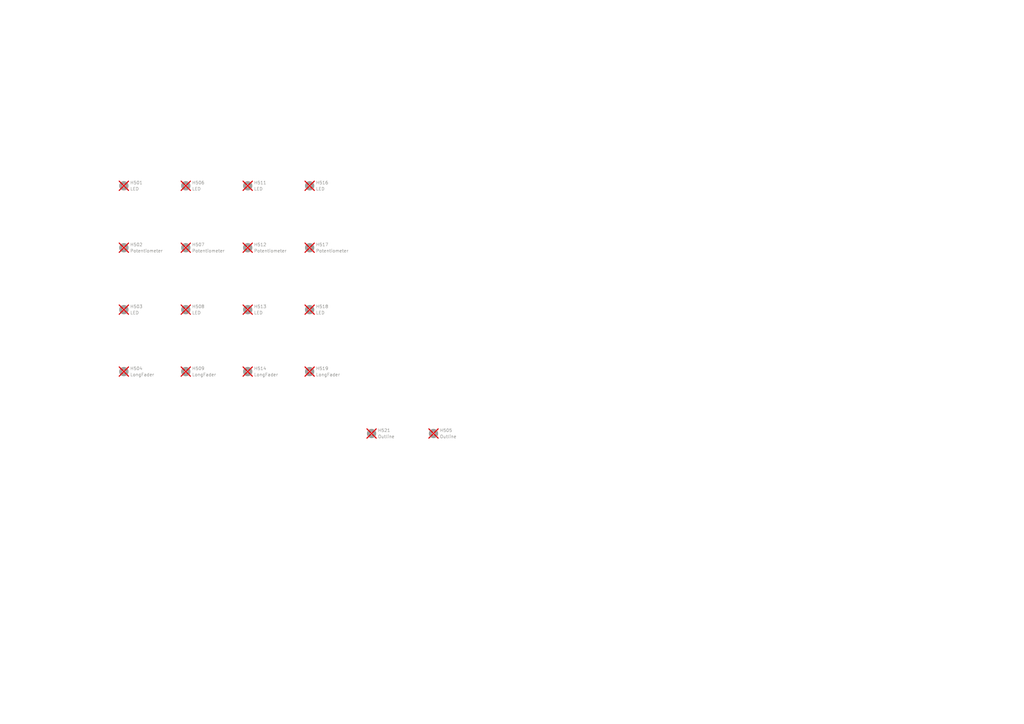
<source format=kicad_sch>
(kicad_sch (version 20231120) (generator "eeschema") (generator_version "8.0")
  (paper "A3")
  (lib_symbols
    (symbol "Mechanical:MountingHole" (pin_names (offset 1.016)) (exclude_from_sim yes) (in_bom no)
      (property "Reference" "H" (at 0 5.08 0))
      (property "Value" "MountingHole" (at 0 3.175 0))
      (symbol "MountingHole_0_1"
        (circle (center 0 0) (radius 1.27) (stroke (width 1.27)))
      )
    )
  )
  (symbol (lib_id "Mechanical:MountingHole") (at 50.8 101.6 0) (unit 1) (exclude_from_sim yes) (in_bom no) (dnp yes)
    (property "Reference" "H502" (at 53.34 100.3299 0) (effects (justify left)))
    (property "Value" "Potentiometer" (at 53.34 102.8699 0) (effects (justify left)))
    (property "Footprint" "suku_basics:FP_POTENTIOMETER" (effects (hide yes)))
    (property "Description" "Mounting Hole without connection" (effects (hide yes)))
  )
  (symbol (lib_id "Mechanical:MountingHole") (at 127 76.2 0) (unit 1) (exclude_from_sim yes) (in_bom no) (dnp yes)
    (property "Reference" "H516" (at 129.54 74.9299 0) (effects (justify left)))
    (property "Value" "LED" (at 129.54 77.4699 0) (effects (justify left)))
    (property "Footprint" "suku_basics:FP_LED" (effects (hide yes)))
    (property "Description" "Mounting Hole without connection" (effects (hide yes)))
  )
  (symbol (lib_id "Mechanical:MountingHole") (at 101.6 127 0) (unit 1) (exclude_from_sim yes) (in_bom no) (dnp yes)
    (property "Reference" "H513" (at 104.14 125.7299 0) (effects (justify left)))
    (property "Value" "LED" (at 104.14 128.2699 0) (effects (justify left)))
    (property "Footprint" "suku_basics:FP_LED" (effects (hide yes)))
    (property "Description" "Mounting Hole without connection" (effects (hide yes)))
  )
  (symbol (lib_id "Mechanical:MountingHole") (at 76.2 76.2 0) (unit 1) (exclude_from_sim yes) (in_bom no) (dnp yes)
    (property "Reference" "H506" (at 78.74 74.9299 0) (effects (justify left)))
    (property "Value" "LED" (at 78.74 77.4699 0) (effects (justify left)))
    (property "Footprint" "suku_basics:FP_LED" (effects (hide yes)))
    (property "Description" "Mounting Hole without connection" (effects (hide yes)))
  )
  (symbol (lib_id "Mechanical:MountingHole") (at 76.2 152.4 0) (unit 1) (exclude_from_sim yes) (in_bom no) (dnp yes)
    (property "Reference" "H509" (at 78.74 151.1299 0) (effects (justify left)))
    (property "Value" "LongFader" (at 78.74 153.6699 0) (effects (justify left)))
    (property "Footprint" "suku_basics:FP_LONGFADER" (effects (hide yes)))
    (property "Description" "Mounting Hole without connection" (effects (hide yes)))
  )
  (symbol (lib_id "Mechanical:MountingHole") (at 101.6 76.2 0) (unit 1) (exclude_from_sim yes) (in_bom no) (dnp yes)
    (property "Reference" "H511" (at 104.14 74.9299 0) (effects (justify left)))
    (property "Value" "LED" (at 104.14 77.4699 0) (effects (justify left)))
    (property "Footprint" "suku_basics:FP_LED" (effects (hide yes)))
    (property "Description" "Mounting Hole without connection" (effects (hide yes)))
  )
  (symbol (lib_id "Mechanical:MountingHole") (at 177.8 177.8 0) (unit 1) (exclude_from_sim yes) (in_bom no) (dnp yes)
    (property "Reference" "H505" (at 180.34 176.5299 0) (effects (justify left)))
    (property "Value" "Outline" (at 180.34 179.0699 0) (effects (justify left)))
    (property "Footprint" "suku_basics:OSHWA" (effects (hide yes)))
    (property "Description" "Mounting Hole without connection" (effects (hide yes)))
  )
  (symbol (lib_id "Mechanical:MountingHole") (at 127 101.6 0) (unit 1) (exclude_from_sim yes) (in_bom no) (dnp yes)
    (property "Reference" "H517" (at 129.54 100.3299 0) (effects (justify left)))
    (property "Value" "Potentiometer" (at 129.54 102.8699 0) (effects (justify left)))
    (property "Footprint" "suku_basics:FP_POTENTIOMETER" (effects (hide yes)))
    (property "Description" "Mounting Hole without connection" (effects (hide yes)))
  )
  (symbol (lib_id "Mechanical:MountingHole") (at 101.6 152.4 0) (unit 1) (exclude_from_sim yes) (in_bom no) (dnp yes)
    (property "Reference" "H514" (at 104.14 151.1299 0) (effects (justify left)))
    (property "Value" "LongFader" (at 104.14 153.6699 0) (effects (justify left)))
    (property "Footprint" "suku_basics:FP_LONGFADER" (effects (hide yes)))
    (property "Description" "Mounting Hole without connection" (effects (hide yes)))
  )
  (symbol (lib_id "Mechanical:MountingHole") (at 127 127 0) (unit 1) (exclude_from_sim yes) (in_bom no) (dnp yes)
    (property "Reference" "H518" (at 129.54 125.7299 0) (effects (justify left)))
    (property "Value" "LED" (at 129.54 128.2699 0) (effects (justify left)))
    (property "Footprint" "suku_basics:FP_LED" (effects (hide yes)))
    (property "Description" "Mounting Hole without connection" (effects (hide yes)))
  )
  (symbol (lib_id "Mechanical:MountingHole") (at 76.2 101.6 0) (unit 1) (exclude_from_sim yes) (in_bom no) (dnp yes)
    (property "Reference" "H507" (at 78.74 100.3299 0) (effects (justify left)))
    (property "Value" "Potentiometer" (at 78.74 102.8699 0) (effects (justify left)))
    (property "Footprint" "suku_basics:FP_POTENTIOMETER" (effects (hide yes)))
    (property "Description" "Mounting Hole without connection" (effects (hide yes)))
  )
  (symbol (lib_id "Mechanical:MountingHole") (at 50.8 76.2 0) (unit 1) (exclude_from_sim yes) (in_bom no) (dnp yes)
    (property "Reference" "H501" (at 53.34 74.9299 0) (effects (justify left)))
    (property "Value" "LED" (at 53.34 77.4699 0) (effects (justify left)))
    (property "Footprint" "suku_basics:FP_LED" (effects (hide yes)))
    (property "Description" "Mounting Hole without connection" (effects (hide yes)))
  )
  (symbol (lib_id "Mechanical:MountingHole") (at 50.8 152.4 0) (unit 1) (exclude_from_sim yes) (in_bom no) (dnp yes)
    (property "Reference" "H504" (at 53.34 151.1299 0) (effects (justify left)))
    (property "Value" "LongFader" (at 53.34 153.6699 0) (effects (justify left)))
    (property "Footprint" "suku_basics:FP_LONGFADER" (effects (hide yes)))
    (property "Description" "Mounting Hole without connection" (effects (hide yes)))
  )
  (symbol (lib_id "Mechanical:MountingHole") (at 152.4 177.8 0) (unit 1) (exclude_from_sim yes) (in_bom no) (dnp yes)
    (property "Reference" "H521" (at 154.94 176.5299 0) (effects (justify left)))
    (property "Value" "Outline" (at 154.94 179.0699 0) (effects (justify left)))
    (property "Footprint" "suku_basics:FP_OUTLINE_2" (effects (hide yes)))
    (property "Description" "Mounting Hole without connection" (effects (hide yes)))
  )
  (symbol (lib_id "Mechanical:MountingHole") (at 50.8 127 0) (unit 1) (exclude_from_sim yes) (in_bom no) (dnp yes)
    (property "Reference" "H503" (at 53.34 125.7299 0) (effects (justify left)))
    (property "Value" "LED" (at 53.34 128.2699 0) (effects (justify left)))
    (property "Footprint" "suku_basics:FP_LED" (effects (hide yes)))
    (property "Description" "Mounting Hole without connection" (effects (hide yes)))
  )
  (symbol (lib_id "Mechanical:MountingHole") (at 101.6 101.6 0) (unit 1) (exclude_from_sim yes) (in_bom no) (dnp yes)
    (property "Reference" "H512" (at 104.14 100.3299 0) (effects (justify left)))
    (property "Value" "Potentiometer" (at 104.14 102.8699 0) (effects (justify left)))
    (property "Footprint" "suku_basics:FP_POTENTIOMETER" (effects (hide yes)))
    (property "Description" "Mounting Hole without connection" (effects (hide yes)))
  )
  (symbol (lib_id "Mechanical:MountingHole") (at 127 152.4 0) (unit 1) (exclude_from_sim yes) (in_bom no) (dnp yes)
    (property "Reference" "H519" (at 129.54 151.1299 0) (effects (justify left)))
    (property "Value" "LongFader" (at 129.54 153.6699 0) (effects (justify left)))
    (property "Footprint" "suku_basics:FP_LONGFADER" (effects (hide yes)))
    (property "Description" "Mounting Hole without connection" (effects (hide yes)))
  )
  (symbol (lib_id "Mechanical:MountingHole") (at 76.2 127 0) (unit 1) (exclude_from_sim yes) (in_bom no) (dnp yes)
    (property "Reference" "H508" (at 78.74 125.7299 0) (effects (justify left)))
    (property "Value" "LED" (at 78.74 128.2699 0) (effects (justify left)))
    (property "Footprint" "suku_basics:FP_LED" (effects (hide yes)))
    (property "Description" "Mounting Hole without connection" (effects (hide yes)))
  )
)
</source>
